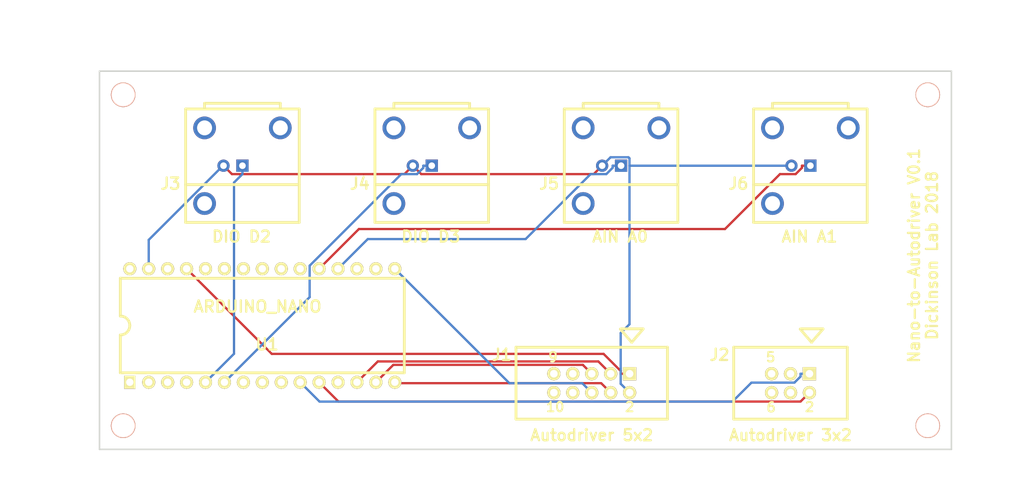
<source format=kicad_pcb>
(kicad_pcb (version 4) (host pcbnew 4.0.7-e2-6376~58~ubuntu16.04.1)

  (general
    (links 16)
    (no_connects 0)
    (area 38.199287 41.75 177.700715 110.650001)
    (thickness 1.6)
    (drawings 15)
    (tracks 70)
    (zones 0)
    (modules 11)
    (nets 39)
  )

  (page A4)
  (layers
    (0 F.Cu signal)
    (31 B.Cu signal)
    (32 B.Adhes user)
    (33 F.Adhes user)
    (34 B.Paste user)
    (35 F.Paste user)
    (36 B.SilkS user)
    (37 F.SilkS user)
    (38 B.Mask user)
    (39 F.Mask user)
    (40 Dwgs.User user)
    (41 Cmts.User user)
    (42 Eco1.User user)
    (43 Eco2.User user)
    (44 Edge.Cuts user)
    (45 Margin user)
    (46 B.CrtYd user)
    (47 F.CrtYd user)
    (48 B.Fab user)
    (49 F.Fab user)
  )

  (setup
    (last_trace_width 0.3048)
    (trace_clearance 0.1524)
    (zone_clearance 0.508)
    (zone_45_only no)
    (trace_min 0.1524)
    (segment_width 0.2)
    (edge_width 0.2)
    (via_size 0.6858)
    (via_drill 0.3302)
    (via_min_size 0.6858)
    (via_min_drill 0.3302)
    (uvia_size 0.6858)
    (uvia_drill 0.3302)
    (uvias_allowed no)
    (uvia_min_size 0)
    (uvia_min_drill 0)
    (pcb_text_width 0.3)
    (pcb_text_size 1.5 1.5)
    (mod_edge_width 0.15)
    (mod_text_size 1 1)
    (mod_text_width 0.15)
    (pad_size 1.524 1.524)
    (pad_drill 0.762)
    (pad_to_mask_clearance 0.0508)
    (aux_axis_origin 0 0)
    (visible_elements FFFFFF7F)
    (pcbplotparams
      (layerselection 0x010f0_80000001)
      (usegerberextensions false)
      (excludeedgelayer true)
      (linewidth 0.100000)
      (plotframeref false)
      (viasonmask false)
      (mode 1)
      (useauxorigin false)
      (hpglpennumber 1)
      (hpglpenspeed 20)
      (hpglpendiameter 15)
      (hpglpenoverlay 2)
      (psnegative false)
      (psa4output false)
      (plotreference true)
      (plotvalue true)
      (plotinvisibletext false)
      (padsonsilk false)
      (subtractmaskfromsilk false)
      (outputformat 1)
      (mirror false)
      (drillshape 0)
      (scaleselection 1)
      (outputdirectory gerber_v0p1/))
  )

  (net 0 "")
  (net 1 /+5V)
  (net 2 GND)
  (net 3 /~CS)
  (net 4 /MISO)
  (net 5 /MOSI)
  (net 6 /SCK)
  (net 7 "Net-(J1-Pad7)")
  (net 8 "Net-(J1-Pad8)")
  (net 9 "Net-(J1-Pad9)")
  (net 10 "Net-(J1-Pad10)")
  (net 11 /~RESET)
  (net 12 /~BUSY)
  (net 13 "Net-(J2-Pad3)")
  (net 14 "Net-(J2-Pad4)")
  (net 15 "Net-(J2-Pad5)")
  (net 16 "Net-(J2-Pad6)")
  (net 17 /D2)
  (net 18 /D3)
  (net 19 /A0)
  (net 20 /A1)
  (net 21 "Net-(U1-Pad1)")
  (net 22 "Net-(U1-Pad2)")
  (net 23 "Net-(U1-Pad3)")
  (net 24 "Net-(U1-Pad4)")
  (net 25 "Net-(U1-Pad7)")
  (net 26 "Net-(U1-Pad8)")
  (net 27 "Net-(U1-Pad9)")
  (net 28 "Net-(U1-Pad12)")
  (net 29 "Net-(U1-Pad17)")
  (net 30 "Net-(U1-Pad18)")
  (net 31 "Net-(U1-Pad21)")
  (net 32 "Net-(U1-Pad22)")
  (net 33 "Net-(U1-Pad23)")
  (net 34 "Net-(U1-Pad24)")
  (net 35 "Net-(U1-Pad25)")
  (net 36 "Net-(U1-Pad26)")
  (net 37 "Net-(U1-Pad28)")
  (net 38 "Net-(U1-Pad30)")

  (net_class Default "This is the default net class."
    (clearance 0.1524)
    (trace_width 0.3048)
    (via_dia 0.6858)
    (via_drill 0.3302)
    (uvia_dia 0.6858)
    (uvia_drill 0.3302)
    (add_net /+5V)
    (add_net /A0)
    (add_net /A1)
    (add_net /D2)
    (add_net /D3)
    (add_net /MISO)
    (add_net /MOSI)
    (add_net /SCK)
    (add_net /~BUSY)
    (add_net /~CS)
    (add_net /~RESET)
    (add_net GND)
    (add_net "Net-(J1-Pad10)")
    (add_net "Net-(J1-Pad7)")
    (add_net "Net-(J1-Pad8)")
    (add_net "Net-(J1-Pad9)")
    (add_net "Net-(J2-Pad3)")
    (add_net "Net-(J2-Pad4)")
    (add_net "Net-(J2-Pad5)")
    (add_net "Net-(J2-Pad6)")
    (add_net "Net-(U1-Pad1)")
    (add_net "Net-(U1-Pad12)")
    (add_net "Net-(U1-Pad17)")
    (add_net "Net-(U1-Pad18)")
    (add_net "Net-(U1-Pad2)")
    (add_net "Net-(U1-Pad21)")
    (add_net "Net-(U1-Pad22)")
    (add_net "Net-(U1-Pad23)")
    (add_net "Net-(U1-Pad24)")
    (add_net "Net-(U1-Pad25)")
    (add_net "Net-(U1-Pad26)")
    (add_net "Net-(U1-Pad28)")
    (add_net "Net-(U1-Pad3)")
    (add_net "Net-(U1-Pad30)")
    (add_net "Net-(U1-Pad4)")
    (add_net "Net-(U1-Pad7)")
    (add_net "Net-(U1-Pad8)")
    (add_net "Net-(U1-Pad9)")
  )

  (module 5X2_SHRD_HEADER:5X2_SHRD_HEADER (layer F.Cu) (tedit 5A568166) (tstamp 5A567BB9)
    (at 116.84 92.71 180)
    (path /5A566ED6)
    (fp_text reference J1 (at 12.065 3.81 180) (layer F.SilkS)
      (effects (font (thickness 0.3048)))
    )
    (fp_text value PIN_ARRAY_5X2 (at 5.19938 6.2992 180) (layer F.SilkS) hide
      (effects (font (thickness 0.3048)))
    )
    (fp_line (start -10.16 -4.826) (end 10.16 -4.826) (layer F.SilkS) (width 0.381))
    (fp_line (start 10.16 -4.826) (end 10.16 4.826) (layer F.SilkS) (width 0.381))
    (fp_line (start 10.16 4.826) (end -10.16 4.826) (layer F.SilkS) (width 0.381))
    (fp_line (start -10.16 4.826) (end -10.16 -4.826) (layer F.SilkS) (width 0.381))
    (fp_line (start -6.90118 7.29996) (end -3.8989 7.29996) (layer F.SilkS) (width 0.381))
    (fp_text user 10 (at 4.89966 -3.2004 180) (layer F.SilkS)
      (effects (font (size 1.27 1.27) (thickness 0.254)))
    )
    (fp_text user 9 (at 5.19938 3.50012 180) (layer F.SilkS)
      (effects (font (size 1.27 1.27) (thickness 0.254)))
    )
    (fp_text user 2 (at -5.10032 -3.2004 180) (layer F.SilkS)
      (effects (font (size 1.27 1.27) (thickness 0.254)))
    )
    (fp_line (start -5.36448 5.48894) (end -6.88848 7.26694) (layer F.SilkS) (width 0.381))
    (fp_line (start -3.84048 7.2644) (end -5.36448 5.4864) (layer F.SilkS) (width 0.381))
    (pad 1 thru_hole rect (at -5.08 1.27 180) (size 1.778 1.778) (drill 1.016) (layers *.Cu *.Mask F.SilkS)
      (net 1 /+5V))
    (pad 2 thru_hole circle (at -5.08 -1.27 180) (size 1.778 1.778) (drill 1.016) (layers *.Cu *.Mask F.SilkS)
      (net 2 GND))
    (pad 3 thru_hole circle (at -2.54 1.27 180) (size 1.778 1.778) (drill 1.016) (layers *.Cu *.Mask F.SilkS)
      (net 3 /~CS))
    (pad 4 thru_hole circle (at -2.54 -1.27 180) (size 1.778 1.778) (drill 1.016) (layers *.Cu *.Mask F.SilkS)
      (net 4 /MISO))
    (pad 5 thru_hole circle (at 0 1.27 180) (size 1.778 1.778) (drill 1.016) (layers *.Cu *.Mask F.SilkS)
      (net 5 /MOSI))
    (pad 6 thru_hole circle (at 0 -1.27 180) (size 1.778 1.778) (drill 1.016) (layers *.Cu *.Mask F.SilkS)
      (net 6 /SCK))
    (pad 7 thru_hole circle (at 2.54 1.27 180) (size 1.778 1.778) (drill 1.016) (layers *.Cu *.Mask F.SilkS)
      (net 7 "Net-(J1-Pad7)"))
    (pad 8 thru_hole circle (at 2.54 -1.27 180) (size 1.778 1.778) (drill 1.016) (layers *.Cu *.Mask F.SilkS)
      (net 8 "Net-(J1-Pad8)"))
    (pad 9 thru_hole circle (at 5.08 1.27 180) (size 1.778 1.778) (drill 1.016) (layers *.Cu *.Mask F.SilkS)
      (net 9 "Net-(J1-Pad9)"))
    (pad 10 thru_hole circle (at 5.08 -1.27 180) (size 1.778 1.778) (drill 1.016) (layers *.Cu *.Mask F.SilkS)
      (net 10 "Net-(J1-Pad10)"))
  )

  (module 3X2_SHRD_HEADER:3X2_SHRD_HEADER (layer F.Cu) (tedit 5A56816B) (tstamp 5A567BC3)
    (at 143.51 92.71 180)
    (path /5A567054)
    (fp_text reference J2 (at 9.525 3.81 180) (layer F.SilkS)
      (effects (font (thickness 0.3048)))
    )
    (fp_text value PIN_ARRAY_3X2 (at 5.19938 6.2992 180) (layer F.SilkS) hide
      (effects (font (thickness 0.3048)))
    )
    (fp_text user 6 (at 2.6035 -3.2385 180) (layer F.SilkS)
      (effects (font (size 1.27 1.27) (thickness 0.254)))
    )
    (fp_text user 5 (at 2.667 3.4925 180) (layer F.SilkS)
      (effects (font (size 1.27 1.27) (thickness 0.254)))
    )
    (fp_line (start -7.62 4.826) (end 7.62 4.826) (layer F.SilkS) (width 0.381))
    (fp_line (start -7.62 -4.826) (end 7.62 -4.826) (layer F.SilkS) (width 0.381))
    (fp_line (start 7.62 -4.826) (end 7.62 4.826) (layer F.SilkS) (width 0.381))
    (fp_line (start -7.62 4.826) (end -7.62 -4.826) (layer F.SilkS) (width 0.381))
    (fp_line (start -4.36118 7.29996) (end -1.3589 7.29996) (layer F.SilkS) (width 0.381))
    (fp_text user 2 (at -2.56032 -3.2004 180) (layer F.SilkS)
      (effects (font (size 1.27 1.27) (thickness 0.254)))
    )
    (fp_line (start -2.82448 5.48894) (end -4.34848 7.26694) (layer F.SilkS) (width 0.381))
    (fp_line (start -1.30048 7.2644) (end -2.82448 5.4864) (layer F.SilkS) (width 0.381))
    (pad 1 thru_hole rect (at -2.54 1.27 180) (size 1.778 1.778) (drill 1.016) (layers *.Cu *.Mask F.SilkS)
      (net 11 /~RESET))
    (pad 2 thru_hole circle (at -2.54 -1.27 180) (size 1.778 1.778) (drill 1.016) (layers *.Cu *.Mask F.SilkS)
      (net 12 /~BUSY))
    (pad 3 thru_hole circle (at 0 1.27 180) (size 1.778 1.778) (drill 1.016) (layers *.Cu *.Mask F.SilkS)
      (net 13 "Net-(J2-Pad3)"))
    (pad 4 thru_hole circle (at 0 -1.27 180) (size 1.778 1.778) (drill 1.016) (layers *.Cu *.Mask F.SilkS)
      (net 14 "Net-(J2-Pad4)"))
    (pad 5 thru_hole circle (at 2.54 1.27 180) (size 1.778 1.778) (drill 1.016) (layers *.Cu *.Mask F.SilkS)
      (net 15 "Net-(J2-Pad5)"))
    (pad 6 thru_hole circle (at 2.54 -1.27 180) (size 1.778 1.778) (drill 1.016) (layers *.Cu *.Mask F.SilkS)
      (net 16 "Net-(J2-Pad6)"))
  )

  (module BNC:BNC (layer F.Cu) (tedit 5A568143) (tstamp 5A567BCC)
    (at 69.977 58.42)
    (path /5A56751D)
    (fp_text reference J3 (at -9.652 7.493) (layer F.SilkS)
      (effects (font (thickness 0.3048)))
    )
    (fp_text value PIN_ARRAY_2X1 (at 0.254 2.794) (layer F.SilkS) hide
      (effects (font (thickness 0.3048)))
    )
    (fp_line (start 7.62 -2.54) (end 7.62 12.7) (layer F.SilkS) (width 0.381))
    (fp_line (start -7.62 -2.54) (end -7.62 12.7) (layer F.SilkS) (width 0.381))
    (fp_line (start -5.08 -2.54) (end -5.08 -3.302) (layer F.SilkS) (width 0.381))
    (fp_line (start -5.08 -3.302) (end 5.08 -3.302) (layer F.SilkS) (width 0.381))
    (fp_line (start 5.08 -3.302) (end 5.08 -2.54) (layer F.SilkS) (width 0.381))
    (fp_line (start -7.62 7.62) (end 7.62 7.62) (layer F.SilkS) (width 0.381))
    (fp_line (start -7.62 -2.54) (end 7.62 -2.54) (layer F.SilkS) (width 0.381))
    (fp_line (start -7.62 12.7) (end 7.62 12.7) (layer F.SilkS) (width 0.381))
    (pad "" thru_hole circle (at -5.08 0) (size 3.048 3.048) (drill 2.00914) (layers *.Cu *.Mask))
    (pad "" thru_hole circle (at 5.08 0) (size 3.048 3.048) (drill 2.00914) (layers *.Cu *.Mask))
    (pad 1 thru_hole rect (at 0 5.08) (size 1.651 1.651) (drill 0.889) (layers *.Cu *.Mask)
      (net 17 /D2))
    (pad 2 thru_hole circle (at -2.54 5.08) (size 1.651 1.651) (drill 0.889) (layers *.Cu *.Mask)
      (net 2 GND))
    (pad "" thru_hole circle (at -5.08 10.16) (size 3.048 3.048) (drill 2.00914) (layers *.Cu *.Mask))
  )

  (module BNC:BNC (layer F.Cu) (tedit 5A568149) (tstamp 5A567BD5)
    (at 95.377 58.42)
    (path /5A5675CE)
    (fp_text reference J4 (at -9.652 7.493) (layer F.SilkS)
      (effects (font (thickness 0.3048)))
    )
    (fp_text value PIN_ARRAY_2X1 (at 0.254 2.794) (layer F.SilkS) hide
      (effects (font (thickness 0.3048)))
    )
    (fp_line (start 7.62 -2.54) (end 7.62 12.7) (layer F.SilkS) (width 0.381))
    (fp_line (start -7.62 -2.54) (end -7.62 12.7) (layer F.SilkS) (width 0.381))
    (fp_line (start -5.08 -2.54) (end -5.08 -3.302) (layer F.SilkS) (width 0.381))
    (fp_line (start -5.08 -3.302) (end 5.08 -3.302) (layer F.SilkS) (width 0.381))
    (fp_line (start 5.08 -3.302) (end 5.08 -2.54) (layer F.SilkS) (width 0.381))
    (fp_line (start -7.62 7.62) (end 7.62 7.62) (layer F.SilkS) (width 0.381))
    (fp_line (start -7.62 -2.54) (end 7.62 -2.54) (layer F.SilkS) (width 0.381))
    (fp_line (start -7.62 12.7) (end 7.62 12.7) (layer F.SilkS) (width 0.381))
    (pad "" thru_hole circle (at -5.08 0) (size 3.048 3.048) (drill 2.00914) (layers *.Cu *.Mask))
    (pad "" thru_hole circle (at 5.08 0) (size 3.048 3.048) (drill 2.00914) (layers *.Cu *.Mask))
    (pad 1 thru_hole rect (at 0 5.08) (size 1.651 1.651) (drill 0.889) (layers *.Cu *.Mask)
      (net 18 /D3))
    (pad 2 thru_hole circle (at -2.54 5.08) (size 1.651 1.651) (drill 0.889) (layers *.Cu *.Mask)
      (net 2 GND))
    (pad "" thru_hole circle (at -5.08 10.16) (size 3.048 3.048) (drill 2.00914) (layers *.Cu *.Mask))
  )

  (module BNC:BNC (layer F.Cu) (tedit 5A56814F) (tstamp 5A567BDE)
    (at 120.777 58.42)
    (path /5A567D9A)
    (fp_text reference J5 (at -9.652 7.493) (layer F.SilkS)
      (effects (font (thickness 0.3048)))
    )
    (fp_text value PIN_ARRAY_2X1 (at 0.254 2.794) (layer F.SilkS) hide
      (effects (font (thickness 0.3048)))
    )
    (fp_line (start 7.62 -2.54) (end 7.62 12.7) (layer F.SilkS) (width 0.381))
    (fp_line (start -7.62 -2.54) (end -7.62 12.7) (layer F.SilkS) (width 0.381))
    (fp_line (start -5.08 -2.54) (end -5.08 -3.302) (layer F.SilkS) (width 0.381))
    (fp_line (start -5.08 -3.302) (end 5.08 -3.302) (layer F.SilkS) (width 0.381))
    (fp_line (start 5.08 -3.302) (end 5.08 -2.54) (layer F.SilkS) (width 0.381))
    (fp_line (start -7.62 7.62) (end 7.62 7.62) (layer F.SilkS) (width 0.381))
    (fp_line (start -7.62 -2.54) (end 7.62 -2.54) (layer F.SilkS) (width 0.381))
    (fp_line (start -7.62 12.7) (end 7.62 12.7) (layer F.SilkS) (width 0.381))
    (pad "" thru_hole circle (at -5.08 0) (size 3.048 3.048) (drill 2.00914) (layers *.Cu *.Mask))
    (pad "" thru_hole circle (at 5.08 0) (size 3.048 3.048) (drill 2.00914) (layers *.Cu *.Mask))
    (pad 1 thru_hole rect (at 0 5.08) (size 1.651 1.651) (drill 0.889) (layers *.Cu *.Mask)
      (net 19 /A0))
    (pad 2 thru_hole circle (at -2.54 5.08) (size 1.651 1.651) (drill 0.889) (layers *.Cu *.Mask)
      (net 2 GND))
    (pad "" thru_hole circle (at -5.08 10.16) (size 3.048 3.048) (drill 2.00914) (layers *.Cu *.Mask))
  )

  (module BNC:BNC (layer F.Cu) (tedit 5A568154) (tstamp 5A567BE7)
    (at 146.177 58.42)
    (path /5A567DA0)
    (fp_text reference J6 (at -9.652 7.493) (layer F.SilkS)
      (effects (font (thickness 0.3048)))
    )
    (fp_text value PIN_ARRAY_2X1 (at 0.254 2.794) (layer F.SilkS) hide
      (effects (font (thickness 0.3048)))
    )
    (fp_line (start 7.62 -2.54) (end 7.62 12.7) (layer F.SilkS) (width 0.381))
    (fp_line (start -7.62 -2.54) (end -7.62 12.7) (layer F.SilkS) (width 0.381))
    (fp_line (start -5.08 -2.54) (end -5.08 -3.302) (layer F.SilkS) (width 0.381))
    (fp_line (start -5.08 -3.302) (end 5.08 -3.302) (layer F.SilkS) (width 0.381))
    (fp_line (start 5.08 -3.302) (end 5.08 -2.54) (layer F.SilkS) (width 0.381))
    (fp_line (start -7.62 7.62) (end 7.62 7.62) (layer F.SilkS) (width 0.381))
    (fp_line (start -7.62 -2.54) (end 7.62 -2.54) (layer F.SilkS) (width 0.381))
    (fp_line (start -7.62 12.7) (end 7.62 12.7) (layer F.SilkS) (width 0.381))
    (pad "" thru_hole circle (at -5.08 0) (size 3.048 3.048) (drill 2.00914) (layers *.Cu *.Mask))
    (pad "" thru_hole circle (at 5.08 0) (size 3.048 3.048) (drill 2.00914) (layers *.Cu *.Mask))
    (pad 1 thru_hole rect (at 0 5.08) (size 1.651 1.651) (drill 0.889) (layers *.Cu *.Mask)
      (net 20 /A1))
    (pad 2 thru_hole circle (at -2.54 5.08) (size 1.651 1.651) (drill 0.889) (layers *.Cu *.Mask)
      (net 2 GND))
    (pad "" thru_hole circle (at -5.08 10.16) (size 3.048 3.048) (drill 2.00914) (layers *.Cu *.Mask))
  )

  (module arduino_nano:arduino_nano (layer F.Cu) (tedit 4CF19021) (tstamp 5A567C09)
    (at 72.644 84.963 90)
    (path /5A5643EB)
    (fp_text reference U1 (at -2.54 0.635 180) (layer F.SilkS)
      (effects (font (thickness 0.3048)))
    )
    (fp_text value ARDUINO_NANO (at 2.54 -0.635 180) (layer F.SilkS)
      (effects (font (thickness 0.3048)))
    )
    (fp_arc (start 0 -19.05) (end 0 -17.78) (angle 90) (layer F.SilkS) (width 0.381))
    (fp_arc (start 0 -19.05) (end 1.27 -19.05) (angle 90) (layer F.SilkS) (width 0.381))
    (fp_line (start 6.35 -19.05) (end 1.27 -19.05) (layer F.SilkS) (width 0.381))
    (fp_line (start -6.35 -19.05) (end -1.27 -19.05) (layer F.SilkS) (width 0.381))
    (fp_line (start -6.35 -19.05) (end -6.35 19.05) (layer F.SilkS) (width 0.381))
    (fp_line (start -6.35 19.05) (end 6.35 19.05) (layer F.SilkS) (width 0.381))
    (fp_line (start 6.35 19.05) (end 6.35 -19.05) (layer F.SilkS) (width 0.381))
    (pad 1 thru_hole rect (at -7.62 -17.78 90) (size 1.7526 1.524) (drill 0.9906) (layers *.Cu *.Mask F.SilkS)
      (net 21 "Net-(U1-Pad1)"))
    (pad 2 thru_hole circle (at -7.62 -15.24 90) (size 1.7526 1.7526) (drill 0.9906) (layers *.Cu *.Mask F.SilkS)
      (net 22 "Net-(U1-Pad2)"))
    (pad 3 thru_hole circle (at -7.62 -12.7 90) (size 1.7526 1.7526) (drill 0.9906) (layers *.Cu *.Mask F.SilkS)
      (net 23 "Net-(U1-Pad3)"))
    (pad 4 thru_hole circle (at -7.62 -10.16 90) (size 1.7526 1.7526) (drill 0.9906) (layers *.Cu *.Mask F.SilkS)
      (net 24 "Net-(U1-Pad4)"))
    (pad 5 thru_hole circle (at -7.62 -7.62 90) (size 1.7526 1.7526) (drill 0.9906) (layers *.Cu *.Mask F.SilkS)
      (net 17 /D2))
    (pad 6 thru_hole circle (at -7.62 -5.08 90) (size 1.7526 1.7526) (drill 0.9906) (layers *.Cu *.Mask F.SilkS)
      (net 18 /D3))
    (pad 7 thru_hole circle (at -7.62 -2.54 90) (size 1.7526 1.7526) (drill 0.9906) (layers *.Cu *.Mask F.SilkS)
      (net 25 "Net-(U1-Pad7)"))
    (pad 8 thru_hole circle (at -7.62 0 90) (size 1.7526 1.7526) (drill 0.9906) (layers *.Cu *.Mask F.SilkS)
      (net 26 "Net-(U1-Pad8)"))
    (pad 9 thru_hole circle (at -7.62 2.54 90) (size 1.7526 1.7526) (drill 0.9906) (layers *.Cu *.Mask F.SilkS)
      (net 27 "Net-(U1-Pad9)"))
    (pad 10 thru_hole circle (at -7.62 5.08 90) (size 1.7526 1.7526) (drill 0.9906) (layers *.Cu *.Mask F.SilkS)
      (net 11 /~RESET))
    (pad 11 thru_hole circle (at -7.62 7.62 90) (size 1.7526 1.7526) (drill 0.9906) (layers *.Cu *.Mask F.SilkS)
      (net 12 /~BUSY))
    (pad 12 thru_hole circle (at -7.62 10.16 90) (size 1.7526 1.7526) (drill 0.9906) (layers *.Cu *.Mask F.SilkS)
      (net 28 "Net-(U1-Pad12)"))
    (pad 13 thru_hole circle (at -7.62 12.7 90) (size 1.7526 1.7526) (drill 0.9906) (layers *.Cu *.Mask F.SilkS)
      (net 3 /~CS))
    (pad 14 thru_hole circle (at -7.62 15.24 90) (size 1.7526 1.7526) (drill 0.9906) (layers *.Cu *.Mask F.SilkS)
      (net 5 /MOSI))
    (pad 15 thru_hole circle (at -7.62 17.78 90) (size 1.7526 1.7526) (drill 0.9906) (layers *.Cu *.Mask F.SilkS)
      (net 4 /MISO))
    (pad 16 thru_hole circle (at 7.62 17.78 90) (size 1.7526 1.7526) (drill 0.9906) (layers *.Cu *.Mask F.SilkS)
      (net 6 /SCK))
    (pad 17 thru_hole circle (at 7.62 15.24 90) (size 1.7526 1.7526) (drill 0.9906) (layers *.Cu *.Mask F.SilkS)
      (net 29 "Net-(U1-Pad17)"))
    (pad 18 thru_hole circle (at 7.62 12.7 90) (size 1.7526 1.7526) (drill 0.9906) (layers *.Cu *.Mask F.SilkS)
      (net 30 "Net-(U1-Pad18)"))
    (pad 19 thru_hole circle (at 7.62 10.16 90) (size 1.7526 1.7526) (drill 0.9906) (layers *.Cu *.Mask F.SilkS)
      (net 19 /A0))
    (pad 20 thru_hole circle (at 7.62 7.62 90) (size 1.7526 1.7526) (drill 0.9906) (layers *.Cu *.Mask F.SilkS)
      (net 20 /A1))
    (pad 21 thru_hole circle (at 7.62 5.08 90) (size 1.7526 1.7526) (drill 0.9906) (layers *.Cu *.Mask F.SilkS)
      (net 31 "Net-(U1-Pad21)"))
    (pad 22 thru_hole circle (at 7.62 2.54 90) (size 1.7526 1.7526) (drill 0.9906) (layers *.Cu *.Mask F.SilkS)
      (net 32 "Net-(U1-Pad22)"))
    (pad 23 thru_hole circle (at 7.62 0 90) (size 1.7526 1.7526) (drill 0.9906) (layers *.Cu *.Mask F.SilkS)
      (net 33 "Net-(U1-Pad23)"))
    (pad 24 thru_hole circle (at 7.62 -2.54 90) (size 1.7526 1.7526) (drill 0.9906) (layers *.Cu *.Mask F.SilkS)
      (net 34 "Net-(U1-Pad24)"))
    (pad 25 thru_hole circle (at 7.62 -5.08 90) (size 1.7526 1.7526) (drill 0.9906) (layers *.Cu *.Mask F.SilkS)
      (net 35 "Net-(U1-Pad25)"))
    (pad 26 thru_hole circle (at 7.62 -7.62 90) (size 1.7526 1.7526) (drill 0.9906) (layers *.Cu *.Mask F.SilkS)
      (net 36 "Net-(U1-Pad26)"))
    (pad 27 thru_hole circle (at 7.62 -10.16 90) (size 1.7526 1.7526) (drill 0.9906) (layers *.Cu *.Mask F.SilkS)
      (net 1 /+5V))
    (pad 28 thru_hole circle (at 7.62 -12.7 90) (size 1.7526 1.7526) (drill 0.9906) (layers *.Cu *.Mask F.SilkS)
      (net 37 "Net-(U1-Pad28)"))
    (pad 29 thru_hole circle (at 7.62 -15.24 90) (size 1.7526 1.7526) (drill 0.9906) (layers *.Cu *.Mask F.SilkS)
      (net 2 GND))
    (pad 30 thru_hole circle (at 7.62 -17.78 90) (size 1.7526 1.7526) (drill 0.9906) (layers *.Cu *.Mask F.SilkS)
      (net 38 "Net-(U1-Pad30)"))
  )

  (module arduino_nano:MOUNT_HOLE_4_40 (layer F.Cu) (tedit 5A568A2C) (tstamp 5A56819E)
    (at 53.975 53.975)
    (fp_text reference M0 (at 0 -2.032) (layer F.SilkS) hide
      (effects (font (size 0.254 0.254) (thickness 0.0635)))
    )
    (fp_text value VAL** (at 0 2.032) (layer F.SilkS) hide
      (effects (font (size 0.254 0.254) (thickness 0.0635)))
    )
    (pad "" thru_hole circle (at 0 0) (size 3.302 3.302) (drill 3.048) (layers *.Cu *.SilkS *.Mask))
  )

  (module arduino_nano:MOUNT_HOLE_4_40 (layer F.Cu) (tedit 5A568A39) (tstamp 5A5681AA)
    (at 161.925 53.975)
    (fp_text reference M1 (at 0 -2.032) (layer F.SilkS) hide
      (effects (font (size 0.254 0.254) (thickness 0.0635)))
    )
    (fp_text value VAL** (at 0 2.032) (layer F.SilkS) hide
      (effects (font (size 0.254 0.254) (thickness 0.0635)))
    )
    (pad "" thru_hole circle (at 0 0) (size 3.302 3.302) (drill 3.048) (layers *.Cu *.SilkS *.Mask))
  )

  (module arduino_nano:MOUNT_HOLE_4_40 (layer F.Cu) (tedit 5A568A4F) (tstamp 5A5681CF)
    (at 53.975 98.425)
    (fp_text reference M3 (at 0 -2.032) (layer F.SilkS) hide
      (effects (font (size 0.254 0.254) (thickness 0.0635)))
    )
    (fp_text value VAL** (at 0 2.032) (layer F.SilkS) hide
      (effects (font (size 0.254 0.254) (thickness 0.0635)))
    )
    (pad "" thru_hole circle (at 0 0) (size 3.302 3.302) (drill 3.048) (layers *.Cu *.SilkS *.Mask))
  )

  (module arduino_nano:MOUNT_HOLE_4_40 (layer F.Cu) (tedit 5A568A44) (tstamp 5A5681D3)
    (at 161.925 98.425)
    (fp_text reference M2 (at 0 -2.032) (layer F.SilkS) hide
      (effects (font (size 0.254 0.254) (thickness 0.0635)))
    )
    (fp_text value VAL** (at 0 2.032) (layer F.SilkS) hide
      (effects (font (size 0.254 0.254) (thickness 0.0635)))
    )
    (pad "" thru_hole circle (at 0 0) (size 3.302 3.302) (drill 3.048) (layers *.Cu *.SilkS *.Mask))
  )

  (gr_text "AIN A1" (at 146.05 73.025) (layer F.SilkS)
    (effects (font (size 1.5 1.5) (thickness 0.3)))
  )
  (gr_text "AIN A0" (at 120.65 73.025) (layer F.SilkS)
    (effects (font (size 1.5 1.5) (thickness 0.3)))
  )
  (gr_text "DIO D3" (at 95.25 73.025) (layer F.SilkS)
    (effects (font (size 1.5 1.5) (thickness 0.3)))
  )
  (gr_text "DIO D2" (at 69.85 73.025) (layer F.SilkS)
    (effects (font (size 1.5 1.5) (thickness 0.3)))
  )
  (gr_text "Autodriver 3x2" (at 143.51 99.695) (layer F.SilkS)
    (effects (font (size 1.5 1.5) (thickness 0.3)))
  )
  (gr_text "Autodriver 5x2" (at 116.84 99.695) (layer F.SilkS)
    (effects (font (size 1.5 1.5) (thickness 0.3)))
  )
  (gr_text "Nano-to-Autodriver V0.1\nDickinson Lab 2018" (at 161.29 75.565 90) (layer F.SilkS)
    (effects (font (size 1.5 1.5) (thickness 0.3)))
  )
  (dimension 114.3 (width 0.3) (layer Dwgs.User)
    (gr_text "4.5000 in" (at 107.95 43.1) (layer Dwgs.User)
      (effects (font (size 1.5 1.5) (thickness 0.3)))
    )
    (feature1 (pts (xy 165.1 50.8) (xy 165.1 41.75)))
    (feature2 (pts (xy 50.8 50.8) (xy 50.8 41.75)))
    (crossbar (pts (xy 50.8 44.45) (xy 165.1 44.45)))
    (arrow1a (pts (xy 165.1 44.45) (xy 163.973496 45.036421)))
    (arrow1b (pts (xy 165.1 44.45) (xy 163.973496 43.863579)))
    (arrow2a (pts (xy 50.8 44.45) (xy 51.926504 45.036421)))
    (arrow2b (pts (xy 50.8 44.45) (xy 51.926504 43.863579)))
  )
  (dimension 50.8 (width 0.3) (layer Dwgs.User)
    (gr_text "2.0000 in" (at 43.735 76.2 90) (layer Dwgs.User)
      (effects (font (size 1.5 1.5) (thickness 0.3)))
    )
    (feature1 (pts (xy 50.8 50.8) (xy 42.385 50.8)))
    (feature2 (pts (xy 50.8 101.6) (xy 42.385 101.6)))
    (crossbar (pts (xy 45.085 101.6) (xy 45.085 50.8)))
    (arrow1a (pts (xy 45.085 50.8) (xy 45.671421 51.926504)))
    (arrow1b (pts (xy 45.085 50.8) (xy 44.498579 51.926504)))
    (arrow2a (pts (xy 45.085 101.6) (xy 45.671421 100.473496)))
    (arrow2b (pts (xy 45.085 101.6) (xy 44.498579 100.473496)))
  )
  (dimension 107.95 (width 0.3) (layer Dwgs.User)
    (gr_text "4.2500 in" (at 107.95 109.3) (layer Dwgs.User)
      (effects (font (size 1.5 1.5) (thickness 0.3)))
    )
    (feature1 (pts (xy 53.975 98.425) (xy 53.975 110.65)))
    (feature2 (pts (xy 161.925 98.425) (xy 161.925 110.65)))
    (crossbar (pts (xy 161.925 107.95) (xy 53.975 107.95)))
    (arrow1a (pts (xy 53.975 107.95) (xy 55.101504 107.363579)))
    (arrow1b (pts (xy 53.975 107.95) (xy 55.101504 108.536421)))
    (arrow2a (pts (xy 161.925 107.95) (xy 160.798496 107.363579)))
    (arrow2b (pts (xy 161.925 107.95) (xy 160.798496 108.536421)))
  )
  (dimension 44.45 (width 0.3) (layer Dwgs.User)
    (gr_text "1.7500 in" (at 172.165 76.2 270) (layer Dwgs.User)
      (effects (font (size 1.5 1.5) (thickness 0.3)))
    )
    (feature1 (pts (xy 161.925 98.425) (xy 173.515 98.425)))
    (feature2 (pts (xy 161.925 53.975) (xy 173.515 53.975)))
    (crossbar (pts (xy 170.815 53.975) (xy 170.815 98.425)))
    (arrow1a (pts (xy 170.815 98.425) (xy 170.228579 97.298496)))
    (arrow1b (pts (xy 170.815 98.425) (xy 171.401421 97.298496)))
    (arrow2a (pts (xy 170.815 53.975) (xy 170.228579 55.101504)))
    (arrow2b (pts (xy 170.815 53.975) (xy 171.401421 55.101504)))
  )
  (gr_line (start 165.1 50.8) (end 165.1 101.6) (angle 90) (layer Edge.Cuts) (width 0.2))
  (gr_line (start 50.8 101.6) (end 165.1 101.6) (angle 90) (layer Edge.Cuts) (width 0.2))
  (gr_line (start 50.8 50.8) (end 50.8 101.6) (angle 90) (layer Edge.Cuts) (width 0.2))
  (gr_line (start 50.8 50.8) (end 165.1 50.8) (angle 90) (layer Edge.Cuts) (width 0.2))

  (segment (start 120.7259 91.0668) (end 120.7259 91.44) (width 0.3048) (layer F.Cu) (net 1))
  (segment (start 118.4316 88.7725) (end 120.7259 91.0668) (width 0.3048) (layer F.Cu) (net 1))
  (segment (start 73.9135 88.7725) (end 118.4316 88.7725) (width 0.3048) (layer F.Cu) (net 1))
  (segment (start 62.484 77.343) (end 73.9135 88.7725) (width 0.3048) (layer F.Cu) (net 1))
  (segment (start 121.92 91.44) (end 120.7259 91.44) (width 0.3048) (layer F.Cu) (net 1))
  (segment (start 67.3641 63.5) (end 67.437 63.5) (width 0.3048) (layer B.Cu) (net 2))
  (segment (start 57.404 73.4601) (end 67.3641 63.5) (width 0.3048) (layer B.Cu) (net 2))
  (segment (start 57.404 77.343) (end 57.404 73.4601) (width 0.3048) (layer B.Cu) (net 2))
  (segment (start 68.5677 64.6307) (end 67.437 63.5) (width 0.3048) (layer F.Cu) (net 2))
  (segment (start 91.7063 64.6307) (end 68.5677 64.6307) (width 0.3048) (layer F.Cu) (net 2))
  (segment (start 92.837 63.5) (end 91.7063 64.6307) (width 0.3048) (layer F.Cu) (net 2))
  (segment (start 117.1064 64.6306) (end 118.237 63.5) (width 0.3048) (layer F.Cu) (net 2))
  (segment (start 93.9676 64.6306) (end 117.1064 64.6306) (width 0.3048) (layer F.Cu) (net 2))
  (segment (start 92.837 63.5) (end 93.9676 64.6306) (width 0.3048) (layer F.Cu) (net 2))
  (segment (start 121.9077 63.5) (end 143.637 63.5) (width 0.3048) (layer B.Cu) (net 2))
  (segment (start 121.9077 62.5106) (end 121.9077 63.5) (width 0.3048) (layer B.Cu) (net 2))
  (segment (start 121.7664 62.3693) (end 121.9077 62.5106) (width 0.3048) (layer B.Cu) (net 2))
  (segment (start 119.3677 62.3693) (end 121.7664 62.3693) (width 0.3048) (layer B.Cu) (net 2))
  (segment (start 118.237 63.5) (end 119.3677 62.3693) (width 0.3048) (layer B.Cu) (net 2))
  (segment (start 120.7258 92.7858) (end 121.92 93.98) (width 0.3048) (layer B.Cu) (net 2))
  (segment (start 120.7258 85.9766) (end 120.7258 92.7858) (width 0.3048) (layer B.Cu) (net 2))
  (segment (start 121.9077 84.7947) (end 120.7258 85.9766) (width 0.3048) (layer B.Cu) (net 2))
  (segment (start 121.9077 63.5) (end 121.9077 84.7947) (width 0.3048) (layer B.Cu) (net 2))
  (segment (start 117.7284 89.7884) (end 119.38 91.44) (width 0.3048) (layer F.Cu) (net 3))
  (segment (start 88.1386 89.7884) (end 117.7284 89.7884) (width 0.3048) (layer F.Cu) (net 3))
  (segment (start 85.344 92.583) (end 88.1386 89.7884) (width 0.3048) (layer F.Cu) (net 3))
  (segment (start 118.11 92.71) (end 119.38 93.98) (width 0.3048) (layer F.Cu) (net 4))
  (segment (start 90.551 92.71) (end 118.11 92.71) (width 0.3048) (layer F.Cu) (net 4))
  (segment (start 90.424 92.583) (end 90.551 92.71) (width 0.3048) (layer F.Cu) (net 4))
  (segment (start 115.6459 90.2459) (end 116.84 91.44) (width 0.3048) (layer F.Cu) (net 5))
  (segment (start 90.2211 90.2459) (end 115.6459 90.2459) (width 0.3048) (layer F.Cu) (net 5))
  (segment (start 87.884 92.583) (end 90.2211 90.2459) (width 0.3048) (layer F.Cu) (net 5))
  (segment (start 115.57 92.71) (end 116.84 93.98) (width 0.3048) (layer B.Cu) (net 6))
  (segment (start 105.791 92.71) (end 115.57 92.71) (width 0.3048) (layer B.Cu) (net 6))
  (segment (start 90.424 77.343) (end 105.791 92.71) (width 0.3048) (layer B.Cu) (net 6))
  (segment (start 144.8559 91.8133) (end 144.8559 91.44) (width 0.3048) (layer B.Cu) (net 11))
  (segment (start 144.0351 92.6341) (end 144.8559 91.8133) (width 0.3048) (layer B.Cu) (net 11))
  (segment (start 138.2689 92.6341) (end 144.0351 92.6341) (width 0.3048) (layer B.Cu) (net 11))
  (segment (start 135.7201 95.1829) (end 138.2689 92.6341) (width 0.3048) (layer B.Cu) (net 11))
  (segment (start 80.3239 95.1829) (end 135.7201 95.1829) (width 0.3048) (layer B.Cu) (net 11))
  (segment (start 77.724 92.583) (end 80.3239 95.1829) (width 0.3048) (layer B.Cu) (net 11))
  (segment (start 146.05 91.44) (end 144.8559 91.44) (width 0.3048) (layer B.Cu) (net 11))
  (segment (start 144.8526 95.1774) (end 146.05 93.98) (width 0.3048) (layer F.Cu) (net 12))
  (segment (start 82.8584 95.1774) (end 144.8526 95.1774) (width 0.3048) (layer F.Cu) (net 12))
  (segment (start 80.264 92.583) (end 82.8584 95.1774) (width 0.3048) (layer F.Cu) (net 12))
  (segment (start 68.8464 65.7612) (end 69.977 64.6306) (width 0.3048) (layer B.Cu) (net 17))
  (segment (start 68.8464 88.7606) (end 68.8464 65.7612) (width 0.3048) (layer B.Cu) (net 17))
  (segment (start 65.024 92.583) (end 68.8464 88.7606) (width 0.3048) (layer B.Cu) (net 17))
  (segment (start 69.977 63.5) (end 69.977 64.6306) (width 0.3048) (layer B.Cu) (net 17))
  (segment (start 94.2464 63.7828) (end 94.2464 63.5) (width 0.3048) (layer B.Cu) (net 18))
  (segment (start 93.3986 64.6306) (end 94.2464 63.7828) (width 0.3048) (layer B.Cu) (net 18))
  (segment (start 91.2931 64.6306) (end 93.3986 64.6306) (width 0.3048) (layer B.Cu) (net 18))
  (segment (start 78.994 76.9297) (end 91.2931 64.6306) (width 0.3048) (layer B.Cu) (net 18))
  (segment (start 78.994 81.153) (end 78.994 76.9297) (width 0.3048) (layer B.Cu) (net 18))
  (segment (start 67.564 92.583) (end 78.994 81.153) (width 0.3048) (layer B.Cu) (net 18))
  (segment (start 95.377 63.5) (end 94.2464 63.5) (width 0.3048) (layer B.Cu) (net 18))
  (segment (start 119.6464 63.7828) (end 119.6464 63.5) (width 0.3048) (layer B.Cu) (net 19))
  (segment (start 118.7986 64.6306) (end 119.6464 63.7828) (width 0.3048) (layer B.Cu) (net 19))
  (segment (start 116.6931 64.6306) (end 118.7986 64.6306) (width 0.3048) (layer B.Cu) (net 19))
  (segment (start 107.9677 73.356) (end 116.6931 64.6306) (width 0.3048) (layer B.Cu) (net 19))
  (segment (start 86.791 73.356) (end 107.9677 73.356) (width 0.3048) (layer B.Cu) (net 19))
  (segment (start 82.804 77.343) (end 86.791 73.356) (width 0.3048) (layer B.Cu) (net 19))
  (segment (start 120.777 63.5) (end 119.6464 63.5) (width 0.3048) (layer B.Cu) (net 19))
  (segment (start 145.0464 63.7828) (end 145.0464 63.5) (width 0.3048) (layer F.Cu) (net 20))
  (segment (start 144.1986 64.6306) (end 145.0464 63.7828) (width 0.3048) (layer F.Cu) (net 20))
  (segment (start 142.0931 64.6306) (end 144.1986 64.6306) (width 0.3048) (layer F.Cu) (net 20))
  (segment (start 134.7187 72.005) (end 142.0931 64.6306) (width 0.3048) (layer F.Cu) (net 20))
  (segment (start 85.602 72.005) (end 134.7187 72.005) (width 0.3048) (layer F.Cu) (net 20))
  (segment (start 80.264 77.343) (end 85.602 72.005) (width 0.3048) (layer F.Cu) (net 20))
  (segment (start 146.177 63.5) (end 145.0464 63.5) (width 0.3048) (layer F.Cu) (net 20))

)

</source>
